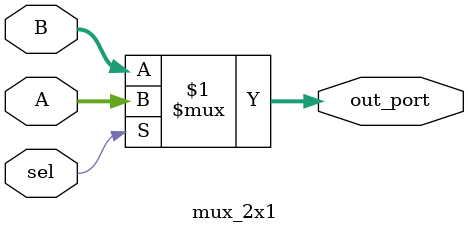
<source format=v>
`timescale 1ns / 1ps
module mux_2x1(
    input [7:0] A,
    input [7:0] B,
    input sel,
    output [7:0] out_port
    );
assign out_port = (sel)? A: B;

endmodule

</source>
